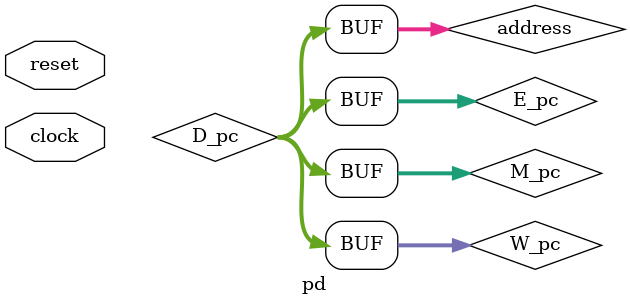
<source format=v>
module pd(
  input clock,
  input reset
);

//reg for the decoder
reg[31:0]  D_pc = 32'h01000000;
reg [6:0]  opcode;
reg [4:0]  rd;
reg [2:0]  funct3;
reg [4:0]  rs1;
reg [4:0]  rs2;
reg [6:0]  funct7;
reg [31:0] imm;
reg [4:0]  shamt;
//--------------------------------
//reg for the fetch (imemory)
reg[31:0] data_in;
reg[31:0] address = 32'h01000000;
reg read_write;
reg[31:0] data_out;
//reg for excute
reg[31:0] E_pc = 32'h01000000;


reg       br_eq;
reg       br_lt;
reg       br_un;
reg       pc_sel;
reg       a_sel;
reg       b_sel;
reg[3:0]  alu_sel;
reg       mem_rw;
reg[1:0]  wb_sel;
reg write_enable;
reg [31:0] data_rs1;
reg [31:0] data_rs2;
reg [31:0] e_alu_res;
reg        e_br_token;
reg [31:0] mux1_data_out;
reg [31:0] mux2_data_out;
reg [31:0] pc_offset;
reg [1:0]    mem_size; // 00 for byte 01 for half word 10 for word
reg          mem_sign;
//reg for dmemory
reg [31:0]   dmem_out;
reg [31:0] M_pc = 32'h01000000;
//reg for W
reg [31:0]   wb;
reg [31:0] W_pc = 32'h01000000;
//---------------------------------
always @(posedge clock) begin
  if(reset)
    address <= 32'h01000000;
  else
    address <= pc_offset;
end

always @(*)begin
  D_pc = address;
  E_pc = address;
  M_pc = address;
  W_pc = address;//why
  e_br_token = pc_sel;
end

imemory imem(.clock(clock),.data_in(data_in),.address(address),.read_write(0),.data_out(data_out));
decoder decod0(.data_in(data_out),.opcode(opcode),.rd(rd),.funct3(funct3),.rs1(rs1),.rs2(rs2),.funct7(funct7),.imm(imm),.shamt(shamt));
control ctrl(.inst(data_out),.br_eq(br_eq),.br_lt(br_lt),.br_un(br_un),.pc_sel(pc_sel),.a_sel(a_sel),.b_sel(b_sel),.alu_sel(alu_sel),.reg_w_en(write_enable),.wb_sel(wb_sel),.mem_rw(mem_rw),.mem_sign(mem_sign),.mem_size(mem_size));
register_file reg_file(.clock(clock),.reset(reset),.write_enable(write_enable),.addr_rs1(rs1),.addr_rs2(rs2),.addr_rd(rd),.data_rd(wb),.data_rs1(data_rs1),.data_rs2(data_rs2));
mux mux_A(.select(a_sel),.data_in_0(data_rs1),.data_in_1(address),.data_out(mux1_data_out));
mux mux_B(.select(b_sel),.data_in_0(data_rs2),.data_in_1(imm),.data_out(mux2_data_out));  
mux mux_PC(.select(pc_sel),.data_in_0(address+4),.data_in_1(e_alu_res),.data_out(pc_offset));
alu ALU(.mux1(mux1_data_out),.mux2(mux2_data_out),.AluSel(alu_sel),.data_out(e_alu_res));
branch_comp br_comp(.data_in_A(data_rs1),.data_in_B(data_rs2),.brun_sel(br_un),.br_eq(br_eq),.br_lt(br_lt));
dmemory dmem(.clock(clock),.data_in(data_rs2),.address(e_alu_res),.access_size(mem_size),.is_sign(mem_sign),.read_write(mem_rw),.data_out(dmem_out));
three_mux th_mux(.select(wb_sel),.data_in_0(dmem_out),.data_in_1(e_alu_res),.data_in_2(address+4),.data_out(wb));
endmodule

</source>
